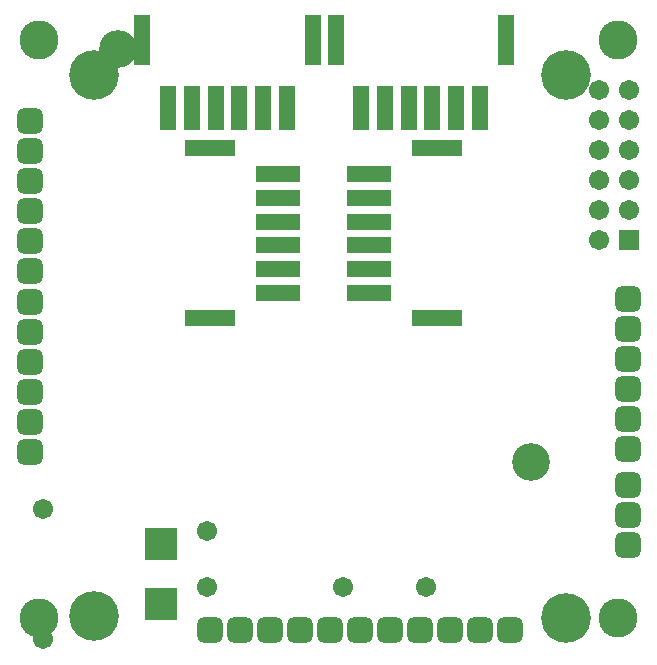
<source format=gbs>
G04*
G04 #@! TF.GenerationSoftware,Altium Limited,Altium Designer,18.1.9 (240)*
G04*
G04 Layer_Color=16711935*
%FSLAX25Y25*%
%MOIN*%
G70*
G01*
G75*
G04:AMPARAMS|DCode=43|XSize=86.74mil|YSize=86.74mil|CornerRadius=23.68mil|HoleSize=0mil|Usage=FLASHONLY|Rotation=0.000|XOffset=0mil|YOffset=0mil|HoleType=Round|Shape=RoundedRectangle|*
%AMROUNDEDRECTD43*
21,1,0.08674,0.03937,0,0,0.0*
21,1,0.03937,0.08674,0,0,0.0*
1,1,0.04737,0.01968,-0.01968*
1,1,0.04737,-0.01968,-0.01968*
1,1,0.04737,-0.01968,0.01968*
1,1,0.04737,0.01968,0.01968*
%
%ADD43ROUNDEDRECTD43*%
G04:AMPARAMS|DCode=49|XSize=86.74mil|YSize=86.74mil|CornerRadius=23.68mil|HoleSize=0mil|Usage=FLASHONLY|Rotation=90.000|XOffset=0mil|YOffset=0mil|HoleType=Round|Shape=RoundedRectangle|*
%AMROUNDEDRECTD49*
21,1,0.08674,0.03937,0,0,90.0*
21,1,0.03937,0.08674,0,0,90.0*
1,1,0.04737,0.01968,0.01968*
1,1,0.04737,0.01968,-0.01968*
1,1,0.04737,-0.01968,-0.01968*
1,1,0.04737,-0.01968,0.01968*
%
%ADD49ROUNDEDRECTD49*%
%ADD62R,0.06706X0.06706*%
%ADD63C,0.06706*%
%ADD64C,0.06706*%
%ADD65R,0.10642X0.10642*%
%ADD66C,0.12611*%
%ADD67C,0.16548*%
%ADD87R,0.05524X0.14580*%
%ADD88R,0.05524X0.16548*%
%ADD89R,0.14580X0.05524*%
%ADD90R,0.16548X0.05524*%
%ADD91C,0.13005*%
D43*
X390600Y323200D02*
D03*
Y313200D02*
D03*
Y303200D02*
D03*
Y293200D02*
D03*
Y283200D02*
D03*
Y273200D02*
D03*
X589800Y264000D02*
D03*
Y254000D02*
D03*
Y244000D02*
D03*
Y234000D02*
D03*
Y224000D02*
D03*
Y214000D02*
D03*
X390600Y262900D02*
D03*
Y252900D02*
D03*
Y242900D02*
D03*
Y232900D02*
D03*
Y222900D02*
D03*
Y212900D02*
D03*
X589800Y202000D02*
D03*
Y192000D02*
D03*
Y182000D02*
D03*
D49*
X530643Y153600D02*
D03*
X540642D02*
D03*
X550642D02*
D03*
X520600D02*
D03*
X510600D02*
D03*
X500600D02*
D03*
X490600D02*
D03*
X480600D02*
D03*
X470600D02*
D03*
X460600D02*
D03*
X450600D02*
D03*
D62*
X590200Y283500D02*
D03*
D63*
X580200D02*
D03*
X590200Y293500D02*
D03*
X580200D02*
D03*
X590200Y303500D02*
D03*
X580200D02*
D03*
X590200Y313500D02*
D03*
X580200D02*
D03*
X590200Y323500D02*
D03*
X580200D02*
D03*
X590200Y333500D02*
D03*
X580200D02*
D03*
X394900Y150541D02*
D03*
Y194041D02*
D03*
D64*
X495000Y168000D02*
D03*
X522559D02*
D03*
X449724Y186504D02*
D03*
Y168000D02*
D03*
D65*
X434400Y182291D02*
D03*
Y162291D02*
D03*
D66*
X557758Y209476D02*
D03*
X419885Y347271D02*
D03*
D67*
X411920Y338583D02*
D03*
X569400D02*
D03*
Y157480D02*
D03*
X411920Y158118D02*
D03*
D87*
X476133Y327600D02*
D03*
X436763D02*
D03*
X444637D02*
D03*
X468259D02*
D03*
X501111D02*
D03*
X508985D02*
D03*
X524733D02*
D03*
X532607D02*
D03*
X540481D02*
D03*
X516859D02*
D03*
X460385D02*
D03*
X452511D02*
D03*
D88*
X492450Y350238D02*
D03*
X549143D02*
D03*
X428102D02*
D03*
X484795D02*
D03*
D89*
X503562Y289690D02*
D03*
Y266069D02*
D03*
Y273942D02*
D03*
Y281817D02*
D03*
Y297565D02*
D03*
Y305439D02*
D03*
X473238Y281817D02*
D03*
Y305439D02*
D03*
Y297565D02*
D03*
Y289690D02*
D03*
Y273942D02*
D03*
Y266069D02*
D03*
D90*
X526200Y257407D02*
D03*
Y314100D02*
D03*
X450600D02*
D03*
Y257407D02*
D03*
D91*
X393701Y350394D02*
D03*
X586614D02*
D03*
Y157480D02*
D03*
X393701D02*
D03*
M02*

</source>
